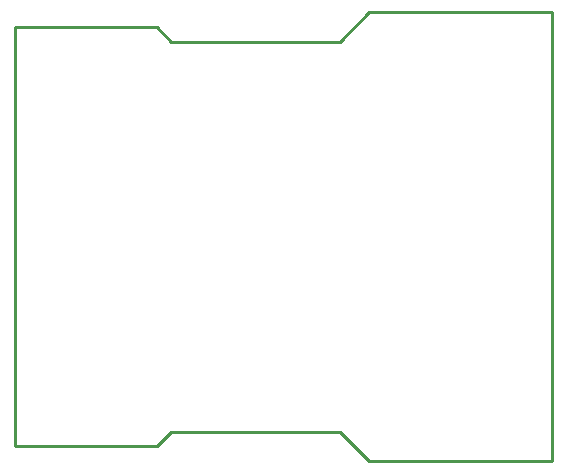
<source format=gm1>
G04*
G04 #@! TF.GenerationSoftware,Altium Limited,Altium Designer,22.3.1 (43)*
G04*
G04 Layer_Color=16711935*
%FSLAX25Y25*%
%MOIN*%
G70*
G04*
G04 #@! TF.SameCoordinates,30EFF615-66D5-423F-9F40-B5309DD78C06*
G04*
G04*
G04 #@! TF.FilePolarity,Positive*
G04*
G01*
G75*
%ADD13C,0.00984*%
D13*
X0Y0D02*
Y139764D01*
Y0D02*
X47244D01*
X52165Y4921D01*
X108268D01*
X118110Y-4921D01*
X179134D01*
Y144685D01*
X118110D02*
X179134D01*
X108268Y134843D02*
X118110Y144685D01*
X52165Y134843D02*
X108268D01*
X47244Y139764D02*
X52165Y134843D01*
X0Y139764D02*
X47244D01*
X0Y0D02*
Y139764D01*
Y0D02*
X47244D01*
X52165Y4921D01*
X108268D01*
X118110Y-4921D01*
X179134D01*
Y144685D01*
X118110D02*
X179134D01*
X108268Y134843D02*
X118110Y144685D01*
X52165Y134843D02*
X108268D01*
X47244Y139764D02*
X52165Y134843D01*
X0Y139764D02*
X47244D01*
M02*

</source>
